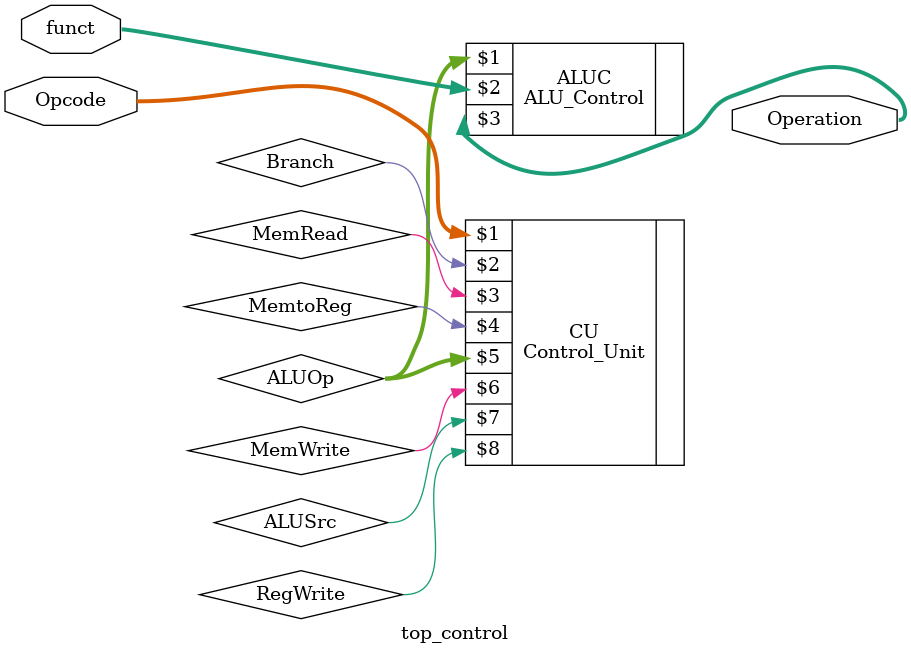
<source format=v>
module top_control
(
input [6:0] Opcode,
input [3:0] funct,
output [3:0] Operation

);

wire Branch;
wire MemRead;
wire MemtoReg;
wire [1:0] ALUOp;
wire MemWrite;
wire ALUSrc;
wire RegWrite;


Control_Unit CU(Opcode, Branch, MemRead, MemtoReg, ALUOp, MemWrite, ALUSrc, RegWrite);

ALU_Control ALUC(ALUOp, funct, Operation);

endmodule


















</source>
